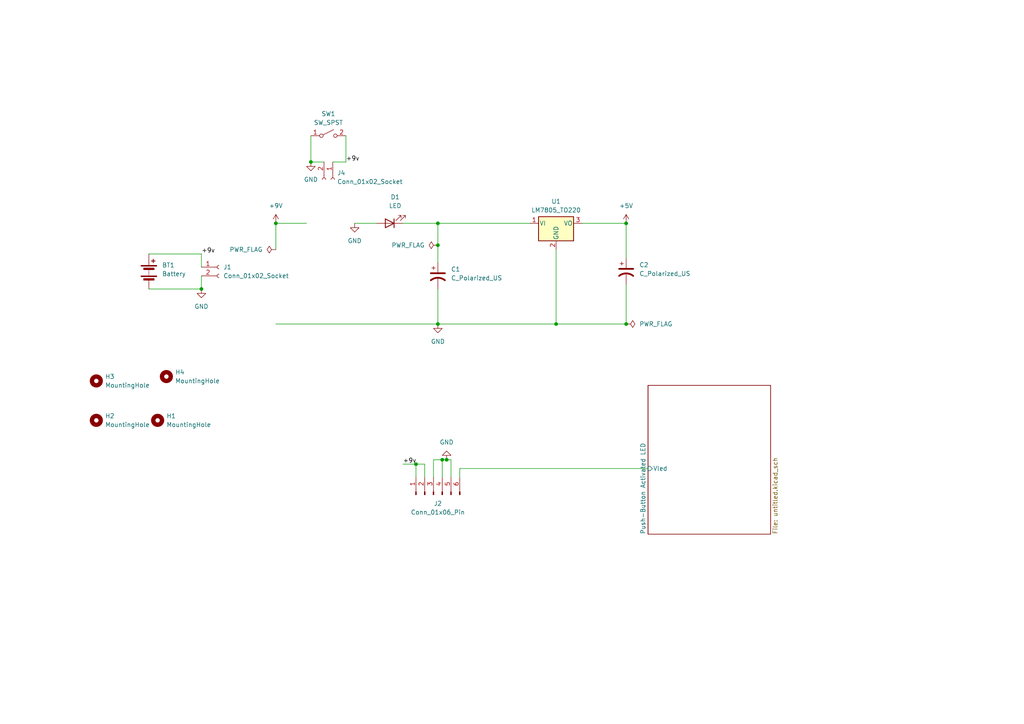
<source format=kicad_sch>
(kicad_sch (version 20230121) (generator eeschema)
  (paper "A4")
  (lib_symbols
    (symbol "Connector:Conn_01x02_Socket" (pin_names (offset 1.016) hide)
      (property "Reference" "J" (at 0 2.54 0))
      (property "Value" "Conn_01x02_Socket" (at 0 -5.08 0))
      (symbol "Conn_01x02_Socket_1_1"
        (arc (start 0 -2.032) (mid -0.5058 -2.54) (end 0 -3.048) (stroke (width 0.1524)))
        (polyline (pts (xy -1.27 -2.54) (xy -0.508 -2.54)) (stroke (width 0.1524)))
        (polyline (pts (xy -1.27 0) (xy -0.508 0)) (stroke (width 0.1524)))
        (arc (start 0 0.508) (mid -0.5058 0) (end 0 -0.508) (stroke (width 0.1524)))
        (pin passive line (at -5.08 0 0) (length 3.81) (name "Pin_1") (number "1"))
        (pin passive line (at -5.08 -2.54 0) (length 3.81) (name "Pin_2") (number "2"))
      )
    )
    (symbol "Connector:Conn_01x06_Pin" (pin_names (offset 1.016) hide)
      (property "Reference" "J" (at 0 7.62 0))
      (property "Value" "Conn_01x06_Pin" (at 0 -10.16 0))
      (symbol "Conn_01x06_Pin_1_1"
        (polyline (pts (xy 1.27 -7.62) (xy 0.8636 -7.62)) (stroke (width 0.1524)))
        (polyline (pts (xy 1.27 -5.08) (xy 0.8636 -5.08)) (stroke (width 0.1524)))
        (polyline (pts (xy 1.27 -2.54) (xy 0.8636 -2.54)) (stroke (width 0.1524)))
        (polyline (pts (xy 1.27 0) (xy 0.8636 0)) (stroke (width 0.1524)))
        (polyline (pts (xy 1.27 2.54) (xy 0.8636 2.54)) (stroke (width 0.1524)))
        (polyline (pts (xy 1.27 5.08) (xy 0.8636 5.08)) (stroke (width 0.1524)))
        (rectangle (start 0.8636 -7.493) (end 0 -7.747) (stroke (width 0.1524)) (fill (type outline)))
        (rectangle (start 0.8636 -4.953) (end 0 -5.207) (stroke (width 0.1524)) (fill (type outline)))
        (rectangle (start 0.8636 -2.413) (end 0 -2.667) (stroke (width 0.1524)) (fill (type outline)))
        (rectangle (start 0.8636 0.127) (end 0 -0.127) (stroke (width 0.1524)) (fill (type outline)))
        (rectangle (start 0.8636 2.667) (end 0 2.413) (stroke (width 0.1524)) (fill (type outline)))
        (rectangle (start 0.8636 5.207) (end 0 4.953) (stroke (width 0.1524)) (fill (type outline)))
        (pin passive line (at 5.08 5.08 180) (length 3.81) (name "Pin_1") (number "1"))
        (pin passive line (at 5.08 2.54 180) (length 3.81) (name "Pin_2") (number "2"))
        (pin passive line (at 5.08 0 180) (length 3.81) (name "Pin_3") (number "3"))
        (pin passive line (at 5.08 -2.54 180) (length 3.81) (name "Pin_4") (number "4"))
        (pin passive line (at 5.08 -5.08 180) (length 3.81) (name "Pin_5") (number "5"))
        (pin passive line (at 5.08 -7.62 180) (length 3.81) (name "Pin_6") (number "6"))
      )
    )
    (symbol "Device:Battery" (pin_numbers hide) (pin_names (offset 0) hide)
      (property "Reference" "BT" (at 2.54 2.54 0))
      (property "Value" "Battery" (at 2.54 0 0))
      (symbol "Battery_0_1"
        (rectangle (start -2.286 -1.27) (end 2.286 -1.524) (fill (type outline)))
        (rectangle (start -2.286 1.778) (end 2.286 1.524) (fill (type outline)))
        (rectangle (start -1.524 -2.032) (end 1.524 -2.54) (fill (type outline)))
        (rectangle (start -1.524 1.016) (end 1.524 0.508) (fill (type outline)))
        (polyline (pts (xy 0 -1.016) (xy 0 -0.762)))
        (polyline (pts (xy 0 -0.508) (xy 0 -0.254)))
        (polyline (pts (xy 0 0) (xy 0 0.254)))
        (polyline (pts (xy 0 1.778) (xy 0 2.54)))
        (polyline (pts (xy 0.762 3.048) (xy 1.778 3.048)) (stroke (width 0.254)))
        (polyline (pts (xy 1.27 3.556) (xy 1.27 2.54)) (stroke (width 0.254)))
      )
      (symbol "Battery_1_1"
        (pin passive line (at 0 5.08 270) (length 2.54) (name "+") (number "1"))
        (pin passive line (at 0 -5.08 90) (length 2.54) (name "-") (number "2"))
      )
    )
    (symbol "Device:C_Polarized_US" (pin_numbers hide) (pin_names (offset 0.254) hide)
      (property "Reference" "C" (at 0.635 2.54 0))
      (property "Value" "C_Polarized_US" (at 0.635 -2.54 0))
      (symbol "C_Polarized_US_0_1"
        (polyline (pts (xy -2.032 0.762) (xy 2.032 0.762)) (stroke (width 0.508)))
        (polyline (pts (xy -1.778 2.286) (xy -0.762 2.286)))
        (polyline (pts (xy -1.27 1.778) (xy -1.27 2.794)))
        (arc (start 2.032 -1.27) (mid 0 -0.5572) (end -2.032 -1.27) (stroke (width 0.508)))
      )
      (symbol "C_Polarized_US_1_1"
        (pin passive line (at 0 3.81 270) (length 2.794) (name "~") (number "1"))
        (pin passive line (at 0 -3.81 90) (length 3.302) (name "~") (number "2"))
      )
    )
    (symbol "Device:LED" (pin_numbers hide) (pin_names (offset 1.016) hide)
      (property "Reference" "D" (at 0 2.54 0))
      (property "Value" "LED" (at 0 -2.54 0))
      (symbol "LED_0_1"
        (polyline (pts (xy -1.27 -1.27) (xy -1.27 1.27)) (stroke (width 0.254)))
        (polyline (pts (xy -1.27 0) (xy 1.27 0)))
        (polyline (pts (xy 1.27 -1.27) (xy 1.27 1.27) (xy -1.27 0) (xy 1.27 -1.27)) (stroke (width 0.254)))
        (polyline (pts (xy -3.048 -0.762) (xy -4.572 -2.286) (xy -3.81 -2.286) (xy -4.572 -2.286) (xy -4.572 -1.524)))
        (polyline (pts (xy -1.778 -0.762) (xy -3.302 -2.286) (xy -2.54 -2.286) (xy -3.302 -2.286) (xy -3.302 -1.524)))
      )
      (symbol "LED_1_1"
        (pin passive line (at -3.81 0 0) (length 2.54) (name "K") (number "1"))
        (pin passive line (at 3.81 0 180) (length 2.54) (name "A") (number "2"))
      )
    )
    (symbol "Mechanical:MountingHole" (pin_names (offset 1.016))
      (property "Reference" "H" (at 0 5.08 0))
      (property "Value" "MountingHole" (at 0 3.175 0))
      (symbol "MountingHole_0_1"
        (circle (center 0 0) (radius 1.27) (stroke (width 1.27)))
      )
    )
    (symbol "Regulator_Linear:LM7805_TO220" (pin_names (offset 0.254))
      (property "Reference" "U" (at -3.81 3.175 0))
      (property "Value" "LM7805_TO220" (at 0 3.175 0))
      (symbol "LM7805_TO220_0_1"
        (rectangle (start -5.08 1.905) (end 5.08 -5.08) (stroke (width 0.254)) (fill (type background)))
      )
      (symbol "LM7805_TO220_1_1"
        (pin power_in line (at -7.62 0 0) (length 2.54) (name "VI") (number "1"))
        (pin power_in line (at 0 -7.62 90) (length 2.54) (name "GND") (number "2"))
        (pin power_out line (at 7.62 0 180) (length 2.54) (name "VO") (number "3"))
      )
    )
    (symbol "Switch:SW_SPST" (pin_names (offset 0) hide)
      (property "Reference" "SW" (at 0 3.175 0))
      (property "Value" "SW_SPST" (at 0 -2.54 0))
      (symbol "SW_SPST_0_0"
        (circle (center -2.032 0) (radius 0.508))
        (polyline (pts (xy -1.524 0.254) (xy 1.524 1.778)))
        (circle (center 2.032 0) (radius 0.508))
      )
      (symbol "SW_SPST_1_1"
        (pin passive line (at -5.08 0 0) (length 2.54) (name "A") (number "1"))
        (pin passive line (at 5.08 0 180) (length 2.54) (name "B") (number "2"))
      )
    )
    (symbol "power:+5V" (power) (pin_names (offset 0))
      (property "Value" "+5V" (at 0 3.556 0))
      (symbol "+5V_0_1"
        (polyline (pts (xy -0.762 1.27) (xy 0 2.54)))
        (polyline (pts (xy 0 0) (xy 0 2.54)))
        (polyline (pts (xy 0 2.54) (xy 0.762 1.27)))
      )
      (symbol "+5V_1_1"
        (pin power_in line (at 0 0 90) (length 0) hide (name "+5V") (number "1"))
      )
    )
    (symbol "power:+9V" (power) (pin_names (offset 0))
      (property "Value" "+9V" (at 0 3.556 0))
      (symbol "+9V_0_1"
        (polyline (pts (xy -0.762 1.27) (xy 0 2.54)))
        (polyline (pts (xy 0 0) (xy 0 2.54)))
        (polyline (pts (xy 0 2.54) (xy 0.762 1.27)))
      )
      (symbol "+9V_1_1"
        (pin power_in line (at 0 0 90) (length 0) hide (name "+9V") (number "1"))
      )
    )
    (symbol "power:GND" (power) (pin_names (offset 0))
      (property "Value" "GND" (at 0 -3.81 0))
      (symbol "GND_0_1"
        (polyline (pts (xy 0 0) (xy 0 -1.27) (xy 1.27 -1.27) (xy 0 -2.54) (xy -1.27 -1.27) (xy 0 -1.27)))
      )
      (symbol "GND_1_1"
        (pin power_in line (at 0 0 270) (length 0) hide (name "GND") (number "1"))
      )
    )
    (symbol "power:PWR_FLAG" (power) (pin_numbers hide) (pin_names (offset 0) hide)
      (property "Value" "PWR_FLAG" (at 0 3.81 0))
      (symbol "PWR_FLAG_0_0"
        (pin power_out line (at 0 0 90) (length 0) (name "pwr") (number "1"))
      )
      (symbol "PWR_FLAG_0_1"
        (polyline (pts (xy 0 0) (xy 0 1.27) (xy -1.016 1.905) (xy 0 2.54) (xy 1.016 1.905) (xy 0 1.27)))
      )
    )
  )
  (junction (at 128.27 133.35))
  (junction (at 161.29 93.98))
  (junction (at 90.17 46.99))
  (junction (at 120.65 134.62))
  (junction (at 127 71.12))
  (junction (at 181.61 93.98))
  (junction (at 80.01 64.77))
  (junction (at 127 93.98))
  (junction (at 181.61 64.77))
  (junction (at 129.54 133.35))
  (junction (at 58.42 83.82))
  (junction (at 127 64.77))
  (wire (pts (xy 181.61 93.98) (xy 181.61 82.55)))
  (wire (pts (xy 80.01 64.77) (xy 80.01 72.39)))
  (wire (pts (xy 181.61 74.93) (xy 181.61 64.77)))
  (wire (pts (xy 133.35 135.89) (xy 187.96 135.89)))
  (wire (pts (xy 80.01 93.98) (xy 127 93.98)))
  (wire (pts (xy 127 93.98) (xy 161.29 93.98)))
  (wire (pts (xy 130.81 133.35) (xy 129.54 133.35)))
  (wire (pts (xy 133.35 138.43) (xy 133.35 135.89)))
  (wire (pts (xy 181.61 64.77) (xy 168.91 64.77)))
  (wire (pts (xy 125.73 138.43) (xy 125.73 133.35)))
  (wire (pts (xy 128.27 133.35) (xy 129.54 133.35)))
  (wire (pts (xy 127 71.12) (xy 127 64.77)))
  (wire (pts (xy 100.33 46.99) (xy 96.52 46.99)))
  (wire (pts (xy 100.33 39.37) (xy 100.33 46.99)))
  (wire (pts (xy 90.17 46.99) (xy 93.98 46.99)))
  (wire (pts (xy 43.18 83.82) (xy 58.42 83.82)))
  (wire (pts (xy 43.18 73.66) (xy 58.42 73.66)))
  (wire (pts (xy 88.9 64.77) (xy 80.01 64.77)))
  (wire (pts (xy 130.81 138.43) (xy 130.81 133.35)))
  (wire (pts (xy 120.65 138.43) (xy 120.65 134.62)))
  (wire (pts (xy 125.73 133.35) (xy 128.27 133.35)))
  (wire (pts (xy 127 64.77) (xy 153.67 64.77)))
  (wire (pts (xy 127 83.82) (xy 127 93.98)))
  (wire (pts (xy 127 76.2) (xy 127 71.12)))
  (wire (pts (xy 123.19 134.62) (xy 120.65 134.62)))
  (wire (pts (xy 161.29 72.39) (xy 161.29 93.98)))
  (wire (pts (xy 102.87 64.77) (xy 109.22 64.77)))
  (wire (pts (xy 123.19 138.43) (xy 123.19 134.62)))
  (wire (pts (xy 58.42 83.82) (xy 58.42 80.01)))
  (wire (pts (xy 58.42 73.66) (xy 58.42 77.47)))
  (wire (pts (xy 161.29 93.98) (xy 181.61 93.98)))
  (wire (pts (xy 116.84 134.62) (xy 120.65 134.62)))
  (wire (pts (xy 128.27 138.43) (xy 128.27 133.35)))
  (wire (pts (xy 116.84 64.77) (xy 127 64.77)))
  (wire (pts (xy 90.17 39.37) (xy 90.17 46.99)))
  (label "+9v" (at 116.84 134.62 0))
  (label "+9v" (at 58.42 73.66 0))
  (label "+9v" (at 100.33 46.99 0))
  (symbol (lib_id "power:+9V") (at 80.01 64.77 0) (unit 1)
    (property "Reference" "#PWR01" (effects hide))
    (property "Value" "+9V" (at 80.01 59.69 0))
  )
  (symbol (lib_id "power:GND") (at 102.87 64.77 0) (unit 1)
    (property "Reference" "#PWR09" (effects hide))
    (property "Value" "GND" (at 102.87 69.85 0))
  )
  (symbol (lib_id "Connector:Conn_01x02_Socket") (at 63.5 77.47 0) (unit 1) (on_board no)
    (property "Reference" "J1" (at 64.77 77.47 0) (effects (justify left)))
    (property "Value" "Conn_01x02_Socket" (at 64.77 80.01 0) (effects (justify left)))
    (property "Footprint" "Connector_PinHeader_2.54mm:PinHeader_1x02_P2.54mm_Vertical" (effects hide))
  )
  (symbol (lib_id "power:PWR_FLAG") (at 181.61 93.98 270) (unit 1)
    (property "Reference" "#FLG02" (effects hide))
    (property "Value" "PWR_FLAG" (at 185.42 93.98 90) (effects (justify left)))
  )
  (symbol (lib_id "Device:C_Polarized_US") (at 181.61 78.74 0) (unit 1)
    (property "Reference" "C2" (at 185.42 76.835 0) (effects (justify left)))
    (property "Value" "C_Polarized_US" (at 185.42 79.375 0) (effects (justify left)))
    (property "Footprint" "Capacitor_THT:CP_Axial_L10.0mm_D4.5mm_P15.00mm_Horizontal" (effects hide))
  )
  (symbol (lib_id "power:GND") (at 127 93.98 0) (unit 1)
    (property "Reference" "#PWR03" (effects hide))
    (property "Value" "GND" (at 127 99.06 0))
  )
  (symbol (lib_id "Device:LED") (at 113.03 64.77 180) (unit 1)
    (property "Reference" "D1" (at 114.6175 57.15 0))
    (property "Value" "LED" (at 114.6175 59.69 0))
    (property "Footprint" "LED_THT:LED_D3.0mm_Horizontal_O1.27mm_Z10.0mm" (effects hide))
  )
  (symbol (lib_id "power:GND") (at 58.42 83.82 0) (unit 1) (on_board no)
    (property "Reference" "#PWR04" (effects hide))
    (property "Value" "GND" (at 58.42 88.9 0))
  )
  (symbol (lib_id "Device:C_Polarized_US") (at 127 80.01 0) (unit 1)
    (property "Reference" "C1" (at 130.81 78.105 0) (effects (justify left)))
    (property "Value" "C_Polarized_US" (at 130.81 80.645 0) (effects (justify left)))
    (property "Footprint" "Capacitor_THT:CP_Axial_L10.0mm_D4.5mm_P15.00mm_Horizontal" (effects hide))
  )
  (symbol (lib_id "Mechanical:MountingHole") (at 27.94 121.92 0) (unit 1)
    (property "Reference" "H2" (at 30.48 120.65 0) (effects (justify left)))
    (property "Value" "MountingHole" (at 30.48 123.19 0) (effects (justify left)))
    (property "Footprint" "MountingHole:MountingHole_2.2mm_M2" (effects hide))
  )
  (symbol (lib_id "Mechanical:MountingHole") (at 27.94 110.49 0) (unit 1)
    (property "Reference" "H3" (at 30.48 109.22 0) (effects (justify left)))
    (property "Value" "MountingHole" (at 30.48 111.76 0) (effects (justify left)))
    (property "Footprint" "MountingHole:MountingHole_2.2mm_M2" (effects hide))
  )
  (symbol (lib_id "Switch:SW_SPST") (at 95.25 39.37 0) (unit 1) (on_board no)
    (property "Reference" "SW1" (at 95.25 33.02 0))
    (property "Value" "SW_SPST" (at 95.25 35.56 0))
    (property "Footprint" "Button_Switch_THT:SW_DIP_SPSTx01_Piano_10.8x4.1mm_W7.62mm_P2.54mm" (effects hide))
  )
  (symbol (lib_id "Mechanical:MountingHole") (at 48.26 109.22 0) (unit 1)
    (property "Reference" "H4" (at 50.8 107.95 0) (effects (justify left)))
    (property "Value" "MountingHole" (at 50.8 110.49 0) (effects (justify left)))
    (property "Footprint" "MountingHole:MountingHole_2.2mm_M2" (effects hide))
  )
  (symbol (lib_id "power:PWR_FLAG") (at 127 71.12 90) (unit 1)
    (property "Reference" "#FLG01" (effects hide))
    (property "Value" "PWR_FLAG" (at 123.19 71.12 90) (effects (justify left)))
  )
  (symbol (lib_id "Regulator_Linear:LM7805_TO220") (at 161.29 64.77 0) (unit 1)
    (property "Reference" "U1" (at 161.29 58.42 0))
    (property "Value" "LM7805_TO220" (at 161.29 60.96 0))
    (property "Footprint" "Package_TO_SOT_THT:TO-220-3_Vertical" (effects hide))
    (property "Datasheet" "https://www.onsemi.cn/PowerSolutions/document/MC7800-D.PDF" (effects hide))
  )
  (symbol (lib_id "power:GND") (at 129.54 133.35 0) (mirror x) (unit 1) (on_board no)
    (property "Reference" "#PWR05" (effects hide))
    (property "Value" "GND" (at 129.54 128.27 0))
  )
  (symbol (lib_id "Connector:Conn_01x02_Socket") (at 96.52 52.07 270) (unit 1) (on_board no)
    (property "Reference" "J4" (at 97.79 50.165 90) (effects (justify left)))
    (property "Value" "Conn_01x02_Socket" (at 97.79 52.705 90) (effects (justify left)))
  )
  (symbol (lib_id "power:GND") (at 90.17 46.99 0) (unit 1) (on_board no)
    (property "Reference" "#PWR08" (effects hide))
    (property "Value" "GND" (at 90.17 52.07 0))
  )
  (symbol (lib_id "power:PWR_FLAG") (at 80.01 72.39 90) (unit 1)
    (property "Reference" "#FLG03" (effects hide))
    (property "Value" "PWR_FLAG" (at 76.2 72.39 90) (effects (justify left)))
  )
  (symbol (lib_id "Connector:Conn_01x06_Pin") (at 125.73 143.51 90) (unit 1)
    (property "Reference" "J2" (at 127 146.05 90))
    (property "Value" "Conn_01x06_Pin" (at 127 148.59 90))
    (property "Footprint" "Connector_PinSocket_2.54mm:PinSocket_1x06_P2.54mm_Vertical" (effects hide))
  )
  (symbol (lib_id "Mechanical:MountingHole") (at 45.72 121.92 0) (unit 1)
    (property "Reference" "H1" (at 48.26 120.65 0) (effects (justify left)))
    (property "Value" "MountingHole" (at 48.26 123.19 0) (effects (justify left)))
    (property "Footprint" "MountingHole:MountingHole_2.2mm_M2" (effects hide))
  )
  (symbol (lib_id "Device:Battery") (at 43.18 78.74 0) (unit 1) (on_board no)
    (property "Reference" "BT1" (at 46.99 76.8985 0) (effects (justify left)))
    (property "Value" "Battery" (at 46.99 79.4385 0) (effects (justify left)))
  )
  (symbol (lib_id "power:+5V") (at 181.61 64.77 0) (unit 1)
    (property "Reference" "#PWR02" (effects hide))
    (property "Value" "+5V" (at 181.61 59.69 0))
  )
  (sheet (at 187.96 111.76) (size 35.56 43.18) (stroke (width 0.1524))
    (property "Sheetname" "Push-Button Activated LED" (at 187.2484 154.94 90) (effects (justify left bottom)))
    (property "Sheetfile" "untitled.kicad_sch" (at 224.1046 154.94 90) (effects (justify left top)))
    (pin "Vled" input (at 187.96 135.89 180))
  )
)
</source>
